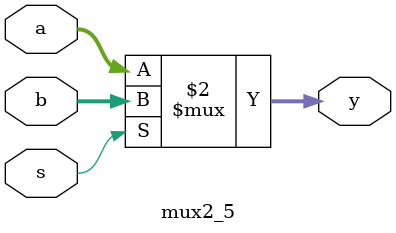
<source format=v>
module mux2_5(a, b, s, y);
input s;
input [4:0] a, b;
output[4:0] y;

assign y = (s==0) ? a : b;
endmodule

</source>
